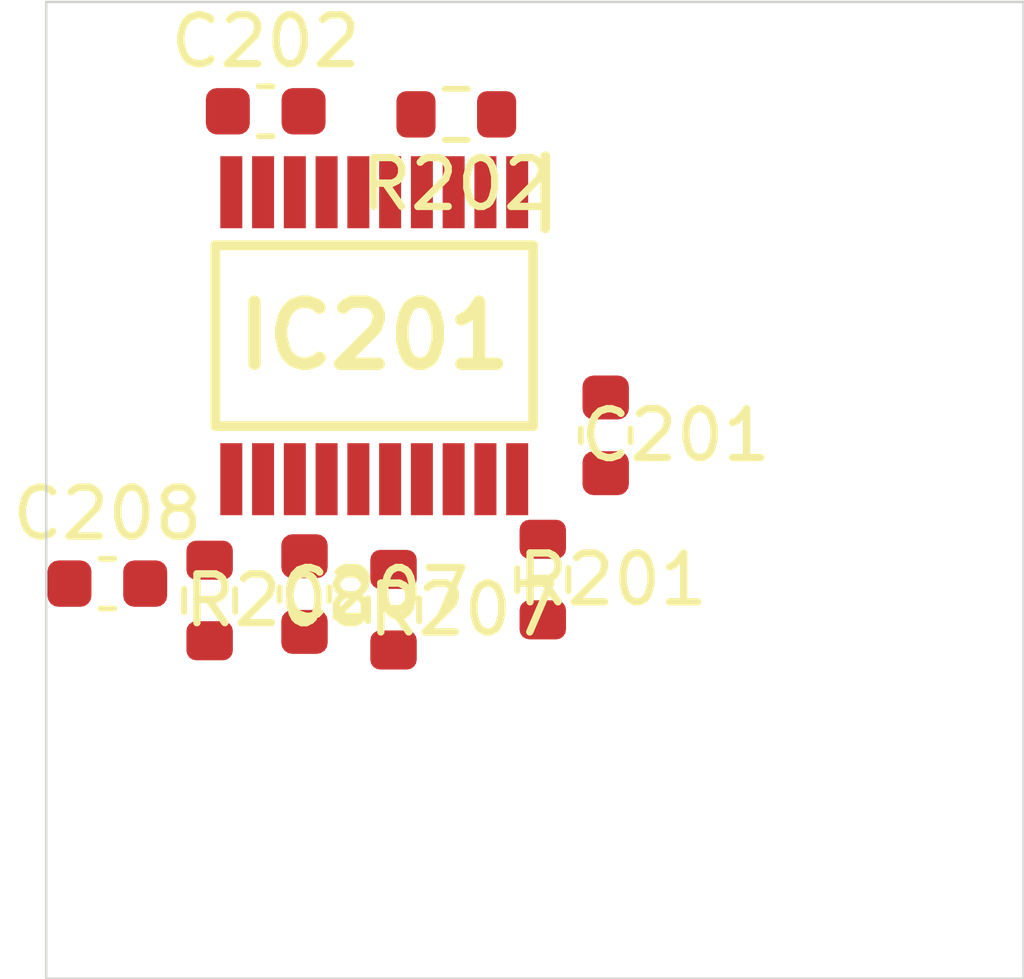
<source format=kicad_pcb>
 ( kicad_pcb  ( version 20171130 )
 ( host pcbnew 5.1.12-84ad8e8a86~92~ubuntu18.04.1 )
 ( general  ( thickness 1.6 )
 ( drawings 4 )
 ( tracks 0 )
 ( zones 0 )
 ( modules 9 )
 ( nets 19 )
)
 ( page A4 )
 ( layers  ( 0 F.Cu signal )
 ( 31 B.Cu signal )
 ( 32 B.Adhes user )
 ( 33 F.Adhes user )
 ( 34 B.Paste user )
 ( 35 F.Paste user )
 ( 36 B.SilkS user )
 ( 37 F.SilkS user )
 ( 38 B.Mask user )
 ( 39 F.Mask user )
 ( 40 Dwgs.User user )
 ( 41 Cmts.User user )
 ( 42 Eco1.User user )
 ( 43 Eco2.User user )
 ( 44 Edge.Cuts user )
 ( 45 Margin user )
 ( 46 B.CrtYd user )
 ( 47 F.CrtYd user )
 ( 48 B.Fab user )
 ( 49 F.Fab user )
)
 ( setup  ( last_trace_width 0.25 )
 ( trace_clearance 0.2 )
 ( zone_clearance 0.508 )
 ( zone_45_only no )
 ( trace_min 0.2 )
 ( via_size 0.8 )
 ( via_drill 0.4 )
 ( via_min_size 0.4 )
 ( via_min_drill 0.3 )
 ( uvia_size 0.3 )
 ( uvia_drill 0.1 )
 ( uvias_allowed no )
 ( uvia_min_size 0.2 )
 ( uvia_min_drill 0.1 )
 ( edge_width 0.05 )
 ( segment_width 0.2 )
 ( pcb_text_width 0.3 )
 ( pcb_text_size 1.5 1.5 )
 ( mod_edge_width 0.12 )
 ( mod_text_size 1 1 )
 ( mod_text_width 0.15 )
 ( pad_size 1.524 1.524 )
 ( pad_drill 0.762 )
 ( pad_to_mask_clearance 0 )
 ( aux_axis_origin 0 0 )
 ( visible_elements FFFFFF7F )
 ( pcbplotparams  ( layerselection 0x010fc_ffffffff )
 ( usegerberextensions false )
 ( usegerberattributes true )
 ( usegerberadvancedattributes true )
 ( creategerberjobfile true )
 ( excludeedgelayer true )
 ( linewidth 0.100000 )
 ( plotframeref false )
 ( viasonmask false )
 ( mode 1 )
 ( useauxorigin false )
 ( hpglpennumber 1 )
 ( hpglpenspeed 20 )
 ( hpglpendiameter 15.000000 )
 ( psnegative false )
 ( psa4output false )
 ( plotreference true )
 ( plotvalue true )
 ( plotinvisibletext false )
 ( padsonsilk false )
 ( subtractmaskfromsilk false )
 ( outputformat 1 )
 ( mirror false )
 ( drillshape 1 )
 ( scaleselection 1 )
 ( outputdirectory "" )
)
)
 ( net 0 "" )
 ( net 1 GND )
 ( net 2 /Sheet6235D886/ch0 )
 ( net 3 /Sheet6235D886/ch1 )
 ( net 4 /Sheet6235D886/ch2 )
 ( net 5 /Sheet6235D886/ch3 )
 ( net 6 /Sheet6235D886/ch4 )
 ( net 7 /Sheet6235D886/ch5 )
 ( net 8 /Sheet6235D886/ch6 )
 ( net 9 /Sheet6235D886/ch7 )
 ( net 10 VDD )
 ( net 11 VDDA )
 ( net 12 /Sheet6235D886/adc_csn )
 ( net 13 /Sheet6235D886/adc_sck )
 ( net 14 /Sheet6235D886/adc_sdi )
 ( net 15 /Sheet6235D886/adc_sdo )
 ( net 16 /Sheet6235D886/vp )
 ( net 17 /Sheet6248AD22/chn0 )
 ( net 18 /Sheet6248AD22/chn3 )
 ( net_class Default "This is the default net class."  ( clearance 0.2 )
 ( trace_width 0.25 )
 ( via_dia 0.8 )
 ( via_drill 0.4 )
 ( uvia_dia 0.3 )
 ( uvia_drill 0.1 )
 ( add_net /Sheet6235D886/adc_csn )
 ( add_net /Sheet6235D886/adc_sck )
 ( add_net /Sheet6235D886/adc_sdi )
 ( add_net /Sheet6235D886/adc_sdo )
 ( add_net /Sheet6235D886/ch0 )
 ( add_net /Sheet6235D886/ch1 )
 ( add_net /Sheet6235D886/ch2 )
 ( add_net /Sheet6235D886/ch3 )
 ( add_net /Sheet6235D886/ch4 )
 ( add_net /Sheet6235D886/ch5 )
 ( add_net /Sheet6235D886/ch6 )
 ( add_net /Sheet6235D886/ch7 )
 ( add_net /Sheet6235D886/vp )
 ( add_net /Sheet6248AD22/chn0 )
 ( add_net /Sheet6248AD22/chn3 )
 ( add_net GND )
 ( add_net VDD )
 ( add_net VDDA )
)
 ( module Capacitor_SMD:C_0603_1608Metric  ( layer F.Cu )
 ( tedit 5F68FEEE )
 ( tstamp 6234222D )
 ( at 91.448800 108.873000 270.000000 )
 ( descr "Capacitor SMD 0603 (1608 Metric), square (rectangular) end terminal, IPC_7351 nominal, (Body size source: IPC-SM-782 page 76, https://www.pcb-3d.com/wordpress/wp-content/uploads/ipc-sm-782a_amendment_1_and_2.pdf), generated with kicad-footprint-generator" )
 ( tags capacitor )
 ( path /6235D887/623691C5 )
 ( attr smd )
 ( fp_text reference C201  ( at 0 -1.43 )
 ( layer F.SilkS )
 ( effects  ( font  ( size 1 1 )
 ( thickness 0.15 )
)
)
)
 ( fp_text value 0.1uF  ( at 0 1.43 )
 ( layer F.Fab )
 ( effects  ( font  ( size 1 1 )
 ( thickness 0.15 )
)
)
)
 ( fp_line  ( start -0.8 0.4 )
 ( end -0.8 -0.4 )
 ( layer F.Fab )
 ( width 0.1 )
)
 ( fp_line  ( start -0.8 -0.4 )
 ( end 0.8 -0.4 )
 ( layer F.Fab )
 ( width 0.1 )
)
 ( fp_line  ( start 0.8 -0.4 )
 ( end 0.8 0.4 )
 ( layer F.Fab )
 ( width 0.1 )
)
 ( fp_line  ( start 0.8 0.4 )
 ( end -0.8 0.4 )
 ( layer F.Fab )
 ( width 0.1 )
)
 ( fp_line  ( start -0.14058 -0.51 )
 ( end 0.14058 -0.51 )
 ( layer F.SilkS )
 ( width 0.12 )
)
 ( fp_line  ( start -0.14058 0.51 )
 ( end 0.14058 0.51 )
 ( layer F.SilkS )
 ( width 0.12 )
)
 ( fp_line  ( start -1.48 0.73 )
 ( end -1.48 -0.73 )
 ( layer F.CrtYd )
 ( width 0.05 )
)
 ( fp_line  ( start -1.48 -0.73 )
 ( end 1.48 -0.73 )
 ( layer F.CrtYd )
 ( width 0.05 )
)
 ( fp_line  ( start 1.48 -0.73 )
 ( end 1.48 0.73 )
 ( layer F.CrtYd )
 ( width 0.05 )
)
 ( fp_line  ( start 1.48 0.73 )
 ( end -1.48 0.73 )
 ( layer F.CrtYd )
 ( width 0.05 )
)
 ( fp_text user %R  ( at 0 0 )
 ( layer F.Fab )
 ( effects  ( font  ( size 0.4 0.4 )
 ( thickness 0.06 )
)
)
)
 ( pad 2 smd roundrect  ( at 0.775 0 270.000000 )
 ( size 0.9 0.95 )
 ( layers F.Cu F.Mask F.Paste )
 ( roundrect_rratio 0.25 )
 ( net 1 GND )
)
 ( pad 1 smd roundrect  ( at -0.775 0 270.000000 )
 ( size 0.9 0.95 )
 ( layers F.Cu F.Mask F.Paste )
 ( roundrect_rratio 0.25 )
 ( net 2 /Sheet6235D886/ch0 )
)
 ( model ${KISYS3DMOD}/Capacitor_SMD.3dshapes/C_0603_1608Metric.wrl  ( at  ( xyz 0 0 0 )
)
 ( scale  ( xyz 1 1 1 )
)
 ( rotate  ( xyz 0 0 0 )
)
)
)
 ( module Capacitor_SMD:C_0603_1608Metric  ( layer F.Cu )
 ( tedit 5F68FEEE )
 ( tstamp 6234223E )
 ( at 84.491200 102.238000 )
 ( descr "Capacitor SMD 0603 (1608 Metric), square (rectangular) end terminal, IPC_7351 nominal, (Body size source: IPC-SM-782 page 76, https://www.pcb-3d.com/wordpress/wp-content/uploads/ipc-sm-782a_amendment_1_and_2.pdf), generated with kicad-footprint-generator" )
 ( tags capacitor )
 ( path /6235D887/62369EE0 )
 ( attr smd )
 ( fp_text reference C202  ( at 0 -1.43 )
 ( layer F.SilkS )
 ( effects  ( font  ( size 1 1 )
 ( thickness 0.15 )
)
)
)
 ( fp_text value 0.1uF  ( at 0 1.43 )
 ( layer F.Fab )
 ( effects  ( font  ( size 1 1 )
 ( thickness 0.15 )
)
)
)
 ( fp_line  ( start 1.48 0.73 )
 ( end -1.48 0.73 )
 ( layer F.CrtYd )
 ( width 0.05 )
)
 ( fp_line  ( start 1.48 -0.73 )
 ( end 1.48 0.73 )
 ( layer F.CrtYd )
 ( width 0.05 )
)
 ( fp_line  ( start -1.48 -0.73 )
 ( end 1.48 -0.73 )
 ( layer F.CrtYd )
 ( width 0.05 )
)
 ( fp_line  ( start -1.48 0.73 )
 ( end -1.48 -0.73 )
 ( layer F.CrtYd )
 ( width 0.05 )
)
 ( fp_line  ( start -0.14058 0.51 )
 ( end 0.14058 0.51 )
 ( layer F.SilkS )
 ( width 0.12 )
)
 ( fp_line  ( start -0.14058 -0.51 )
 ( end 0.14058 -0.51 )
 ( layer F.SilkS )
 ( width 0.12 )
)
 ( fp_line  ( start 0.8 0.4 )
 ( end -0.8 0.4 )
 ( layer F.Fab )
 ( width 0.1 )
)
 ( fp_line  ( start 0.8 -0.4 )
 ( end 0.8 0.4 )
 ( layer F.Fab )
 ( width 0.1 )
)
 ( fp_line  ( start -0.8 -0.4 )
 ( end 0.8 -0.4 )
 ( layer F.Fab )
 ( width 0.1 )
)
 ( fp_line  ( start -0.8 0.4 )
 ( end -0.8 -0.4 )
 ( layer F.Fab )
 ( width 0.1 )
)
 ( fp_text user %R  ( at 0 0 )
 ( layer F.Fab )
 ( effects  ( font  ( size 0.4 0.4 )
 ( thickness 0.06 )
)
)
)
 ( pad 1 smd roundrect  ( at -0.775 0 )
 ( size 0.9 0.95 )
 ( layers F.Cu F.Mask F.Paste )
 ( roundrect_rratio 0.25 )
 ( net 1 GND )
)
 ( pad 2 smd roundrect  ( at 0.775 0 )
 ( size 0.9 0.95 )
 ( layers F.Cu F.Mask F.Paste )
 ( roundrect_rratio 0.25 )
 ( net 3 /Sheet6235D886/ch1 )
)
 ( model ${KISYS3DMOD}/Capacitor_SMD.3dshapes/C_0603_1608Metric.wrl  ( at  ( xyz 0 0 0 )
)
 ( scale  ( xyz 1 1 1 )
)
 ( rotate  ( xyz 0 0 0 )
)
)
)
 ( module Capacitor_SMD:C_0603_1608Metric  ( layer F.Cu )
 ( tedit 5F68FEEE )
 ( tstamp 62342293 )
 ( at 85.285100 112.123000 270.000000 )
 ( descr "Capacitor SMD 0603 (1608 Metric), square (rectangular) end terminal, IPC_7351 nominal, (Body size source: IPC-SM-782 page 76, https://www.pcb-3d.com/wordpress/wp-content/uploads/ipc-sm-782a_amendment_1_and_2.pdf), generated with kicad-footprint-generator" )
 ( tags capacitor )
 ( path /6235D887/6238B3FE )
 ( attr smd )
 ( fp_text reference C207  ( at 0 -1.43 )
 ( layer F.SilkS )
 ( effects  ( font  ( size 1 1 )
 ( thickness 0.15 )
)
)
)
 ( fp_text value 0.1uF  ( at 0 1.43 )
 ( layer F.Fab )
 ( effects  ( font  ( size 1 1 )
 ( thickness 0.15 )
)
)
)
 ( fp_line  ( start -0.8 0.4 )
 ( end -0.8 -0.4 )
 ( layer F.Fab )
 ( width 0.1 )
)
 ( fp_line  ( start -0.8 -0.4 )
 ( end 0.8 -0.4 )
 ( layer F.Fab )
 ( width 0.1 )
)
 ( fp_line  ( start 0.8 -0.4 )
 ( end 0.8 0.4 )
 ( layer F.Fab )
 ( width 0.1 )
)
 ( fp_line  ( start 0.8 0.4 )
 ( end -0.8 0.4 )
 ( layer F.Fab )
 ( width 0.1 )
)
 ( fp_line  ( start -0.14058 -0.51 )
 ( end 0.14058 -0.51 )
 ( layer F.SilkS )
 ( width 0.12 )
)
 ( fp_line  ( start -0.14058 0.51 )
 ( end 0.14058 0.51 )
 ( layer F.SilkS )
 ( width 0.12 )
)
 ( fp_line  ( start -1.48 0.73 )
 ( end -1.48 -0.73 )
 ( layer F.CrtYd )
 ( width 0.05 )
)
 ( fp_line  ( start -1.48 -0.73 )
 ( end 1.48 -0.73 )
 ( layer F.CrtYd )
 ( width 0.05 )
)
 ( fp_line  ( start 1.48 -0.73 )
 ( end 1.48 0.73 )
 ( layer F.CrtYd )
 ( width 0.05 )
)
 ( fp_line  ( start 1.48 0.73 )
 ( end -1.48 0.73 )
 ( layer F.CrtYd )
 ( width 0.05 )
)
 ( fp_text user %R  ( at 0 0 )
 ( layer F.Fab )
 ( effects  ( font  ( size 0.4 0.4 )
 ( thickness 0.06 )
)
)
)
 ( pad 2 smd roundrect  ( at 0.775 0 270.000000 )
 ( size 0.9 0.95 )
 ( layers F.Cu F.Mask F.Paste )
 ( roundrect_rratio 0.25 )
 ( net 1 GND )
)
 ( pad 1 smd roundrect  ( at -0.775 0 270.000000 )
 ( size 0.9 0.95 )
 ( layers F.Cu F.Mask F.Paste )
 ( roundrect_rratio 0.25 )
 ( net 8 /Sheet6235D886/ch6 )
)
 ( model ${KISYS3DMOD}/Capacitor_SMD.3dshapes/C_0603_1608Metric.wrl  ( at  ( xyz 0 0 0 )
)
 ( scale  ( xyz 1 1 1 )
)
 ( rotate  ( xyz 0 0 0 )
)
)
)
 ( module Capacitor_SMD:C_0603_1608Metric  ( layer F.Cu )
 ( tedit 5F68FEEE )
 ( tstamp 623422A4 )
 ( at 81.250100 111.909000 )
 ( descr "Capacitor SMD 0603 (1608 Metric), square (rectangular) end terminal, IPC_7351 nominal, (Body size source: IPC-SM-782 page 76, https://www.pcb-3d.com/wordpress/wp-content/uploads/ipc-sm-782a_amendment_1_and_2.pdf), generated with kicad-footprint-generator" )
 ( tags capacitor )
 ( path /6235D887/6238B404 )
 ( attr smd )
 ( fp_text reference C208  ( at 0 -1.43 )
 ( layer F.SilkS )
 ( effects  ( font  ( size 1 1 )
 ( thickness 0.15 )
)
)
)
 ( fp_text value 0.1uF  ( at 0 1.43 )
 ( layer F.Fab )
 ( effects  ( font  ( size 1 1 )
 ( thickness 0.15 )
)
)
)
 ( fp_line  ( start 1.48 0.73 )
 ( end -1.48 0.73 )
 ( layer F.CrtYd )
 ( width 0.05 )
)
 ( fp_line  ( start 1.48 -0.73 )
 ( end 1.48 0.73 )
 ( layer F.CrtYd )
 ( width 0.05 )
)
 ( fp_line  ( start -1.48 -0.73 )
 ( end 1.48 -0.73 )
 ( layer F.CrtYd )
 ( width 0.05 )
)
 ( fp_line  ( start -1.48 0.73 )
 ( end -1.48 -0.73 )
 ( layer F.CrtYd )
 ( width 0.05 )
)
 ( fp_line  ( start -0.14058 0.51 )
 ( end 0.14058 0.51 )
 ( layer F.SilkS )
 ( width 0.12 )
)
 ( fp_line  ( start -0.14058 -0.51 )
 ( end 0.14058 -0.51 )
 ( layer F.SilkS )
 ( width 0.12 )
)
 ( fp_line  ( start 0.8 0.4 )
 ( end -0.8 0.4 )
 ( layer F.Fab )
 ( width 0.1 )
)
 ( fp_line  ( start 0.8 -0.4 )
 ( end 0.8 0.4 )
 ( layer F.Fab )
 ( width 0.1 )
)
 ( fp_line  ( start -0.8 -0.4 )
 ( end 0.8 -0.4 )
 ( layer F.Fab )
 ( width 0.1 )
)
 ( fp_line  ( start -0.8 0.4 )
 ( end -0.8 -0.4 )
 ( layer F.Fab )
 ( width 0.1 )
)
 ( fp_text user %R  ( at 0 0 )
 ( layer F.Fab )
 ( effects  ( font  ( size 0.4 0.4 )
 ( thickness 0.06 )
)
)
)
 ( pad 1 smd roundrect  ( at -0.775 0 )
 ( size 0.9 0.95 )
 ( layers F.Cu F.Mask F.Paste )
 ( roundrect_rratio 0.25 )
 ( net 1 GND )
)
 ( pad 2 smd roundrect  ( at 0.775 0 )
 ( size 0.9 0.95 )
 ( layers F.Cu F.Mask F.Paste )
 ( roundrect_rratio 0.25 )
 ( net 9 /Sheet6235D886/ch7 )
)
 ( model ${KISYS3DMOD}/Capacitor_SMD.3dshapes/C_0603_1608Metric.wrl  ( at  ( xyz 0 0 0 )
)
 ( scale  ( xyz 1 1 1 )
)
 ( rotate  ( xyz 0 0 0 )
)
)
)
 ( module MCP3564R-E_ST:SOP65P640X120-20N locked  ( layer F.Cu )
 ( tedit 623351C2 )
 ( tstamp 623423D6 )
 ( at 86.712100 106.833000 270.000000 )
 ( descr "20-Lead Plastic Thin Shrink Small Outline (ST) - 4.4mm body [TSSOP]" )
 ( tags "Integrated Circuit" )
 ( path /6235D887/6235E071 )
 ( attr smd )
 ( fp_text reference IC201  ( at 0 0 )
 ( layer F.SilkS )
 ( effects  ( font  ( size 1.27 1.27 )
 ( thickness 0.254 )
)
)
)
 ( fp_text value MCP3564R-E_ST  ( at 0 0 )
 ( layer F.SilkS )
hide  ( effects  ( font  ( size 1.27 1.27 )
 ( thickness 0.254 )
)
)
)
 ( fp_line  ( start -3.925 -3.55 )
 ( end 3.925 -3.55 )
 ( layer Dwgs.User )
 ( width 0.05 )
)
 ( fp_line  ( start 3.925 -3.55 )
 ( end 3.925 3.55 )
 ( layer Dwgs.User )
 ( width 0.05 )
)
 ( fp_line  ( start 3.925 3.55 )
 ( end -3.925 3.55 )
 ( layer Dwgs.User )
 ( width 0.05 )
)
 ( fp_line  ( start -3.925 3.55 )
 ( end -3.925 -3.55 )
 ( layer Dwgs.User )
 ( width 0.05 )
)
 ( fp_line  ( start -2.2 -3.25 )
 ( end 2.2 -3.25 )
 ( layer Dwgs.User )
 ( width 0.1 )
)
 ( fp_line  ( start 2.2 -3.25 )
 ( end 2.2 3.25 )
 ( layer Dwgs.User )
 ( width 0.1 )
)
 ( fp_line  ( start 2.2 3.25 )
 ( end -2.2 3.25 )
 ( layer Dwgs.User )
 ( width 0.1 )
)
 ( fp_line  ( start -2.2 3.25 )
 ( end -2.2 -3.25 )
 ( layer Dwgs.User )
 ( width 0.1 )
)
 ( fp_line  ( start -2.2 -2.6 )
 ( end -1.55 -3.25 )
 ( layer Dwgs.User )
 ( width 0.1 )
)
 ( fp_line  ( start -1.85 -3.25 )
 ( end 1.85 -3.25 )
 ( layer F.SilkS )
 ( width 0.2 )
)
 ( fp_line  ( start 1.85 -3.25 )
 ( end 1.85 3.25 )
 ( layer F.SilkS )
 ( width 0.2 )
)
 ( fp_line  ( start 1.85 3.25 )
 ( end -1.85 3.25 )
 ( layer F.SilkS )
 ( width 0.2 )
)
 ( fp_line  ( start -1.85 3.25 )
 ( end -1.85 -3.25 )
 ( layer F.SilkS )
 ( width 0.2 )
)
 ( fp_line  ( start -3.675 -3.5 )
 ( end -2.2 -3.5 )
 ( layer F.SilkS )
 ( width 0.2 )
)
 ( pad 1 smd rect  ( at -2.938 -2.925 )
 ( size 0.45 1.475 )
 ( layers F.Cu F.Mask F.Paste )
 ( net 11 VDDA )
)
 ( pad 2 smd rect  ( at -2.938 -2.275 )
 ( size 0.45 1.475 )
 ( layers F.Cu F.Mask F.Paste )
 ( net 1 GND )
)
 ( pad 3 smd rect  ( at -2.938 -1.625 )
 ( size 0.45 1.475 )
 ( layers F.Cu F.Mask F.Paste )
 ( net 1 GND )
)
 ( pad 4 smd rect  ( at -2.938 -0.975 )
 ( size 0.45 1.475 )
 ( layers F.Cu F.Mask F.Paste )
)
 ( pad 5 smd rect  ( at -2.938 -0.325 )
 ( size 0.45 1.475 )
 ( layers F.Cu F.Mask F.Paste )
 ( net 2 /Sheet6235D886/ch0 )
)
 ( pad 6 smd rect  ( at -2.938 0.325 )
 ( size 0.45 1.475 )
 ( layers F.Cu F.Mask F.Paste )
 ( net 3 /Sheet6235D886/ch1 )
)
 ( pad 7 smd rect  ( at -2.938 0.975 )
 ( size 0.45 1.475 )
 ( layers F.Cu F.Mask F.Paste )
 ( net 4 /Sheet6235D886/ch2 )
)
 ( pad 8 smd rect  ( at -2.938 1.625 )
 ( size 0.45 1.475 )
 ( layers F.Cu F.Mask F.Paste )
 ( net 5 /Sheet6235D886/ch3 )
)
 ( pad 9 smd rect  ( at -2.938 2.275 )
 ( size 0.45 1.475 )
 ( layers F.Cu F.Mask F.Paste )
 ( net 6 /Sheet6235D886/ch4 )
)
 ( pad 10 smd rect  ( at -2.938 2.925 )
 ( size 0.45 1.475 )
 ( layers F.Cu F.Mask F.Paste )
 ( net 7 /Sheet6235D886/ch5 )
)
 ( pad 11 smd rect  ( at 2.938 2.925 )
 ( size 0.45 1.475 )
 ( layers F.Cu F.Mask F.Paste )
 ( net 8 /Sheet6235D886/ch6 )
)
 ( pad 12 smd rect  ( at 2.938 2.275 )
 ( size 0.45 1.475 )
 ( layers F.Cu F.Mask F.Paste )
 ( net 9 /Sheet6235D886/ch7 )
)
 ( pad 13 smd rect  ( at 2.938 1.625 )
 ( size 0.45 1.475 )
 ( layers F.Cu F.Mask F.Paste )
 ( net 12 /Sheet6235D886/adc_csn )
)
 ( pad 14 smd rect  ( at 2.938 0.975 )
 ( size 0.45 1.475 )
 ( layers F.Cu F.Mask F.Paste )
 ( net 13 /Sheet6235D886/adc_sck )
)
 ( pad 15 smd rect  ( at 2.938 0.325 )
 ( size 0.45 1.475 )
 ( layers F.Cu F.Mask F.Paste )
 ( net 14 /Sheet6235D886/adc_sdi )
)
 ( pad 16 smd rect  ( at 2.938 -0.325 )
 ( size 0.45 1.475 )
 ( layers F.Cu F.Mask F.Paste )
 ( net 15 /Sheet6235D886/adc_sdo )
)
 ( pad 17 smd rect  ( at 2.938 -0.975 )
 ( size 0.45 1.475 )
 ( layers F.Cu F.Mask F.Paste )
)
 ( pad 18 smd rect  ( at 2.938 -1.625 )
 ( size 0.45 1.475 )
 ( layers F.Cu F.Mask F.Paste )
)
 ( pad 19 smd rect  ( at 2.938 -2.275 )
 ( size 0.45 1.475 )
 ( layers F.Cu F.Mask F.Paste )
 ( net 1 GND )
)
 ( pad 20 smd rect  ( at 2.938 -2.925 )
 ( size 0.45 1.475 )
 ( layers F.Cu F.Mask F.Paste )
 ( net 10 VDD )
)
)
 ( module Resistor_SMD:R_0603_1608Metric  ( layer F.Cu )
 ( tedit 5F68FEEE )
 ( tstamp 6234250D )
 ( at 90.161200 111.826000 270.000000 )
 ( descr "Resistor SMD 0603 (1608 Metric), square (rectangular) end terminal, IPC_7351 nominal, (Body size source: IPC-SM-782 page 72, https://www.pcb-3d.com/wordpress/wp-content/uploads/ipc-sm-782a_amendment_1_and_2.pdf), generated with kicad-footprint-generator" )
 ( tags resistor )
 ( path /6235D887/623641B7 )
 ( attr smd )
 ( fp_text reference R201  ( at 0 -1.43 )
 ( layer F.SilkS )
 ( effects  ( font  ( size 1 1 )
 ( thickness 0.15 )
)
)
)
 ( fp_text value 1k  ( at 0 1.43 )
 ( layer F.Fab )
 ( effects  ( font  ( size 1 1 )
 ( thickness 0.15 )
)
)
)
 ( fp_line  ( start -0.8 0.4125 )
 ( end -0.8 -0.4125 )
 ( layer F.Fab )
 ( width 0.1 )
)
 ( fp_line  ( start -0.8 -0.4125 )
 ( end 0.8 -0.4125 )
 ( layer F.Fab )
 ( width 0.1 )
)
 ( fp_line  ( start 0.8 -0.4125 )
 ( end 0.8 0.4125 )
 ( layer F.Fab )
 ( width 0.1 )
)
 ( fp_line  ( start 0.8 0.4125 )
 ( end -0.8 0.4125 )
 ( layer F.Fab )
 ( width 0.1 )
)
 ( fp_line  ( start -0.237258 -0.5225 )
 ( end 0.237258 -0.5225 )
 ( layer F.SilkS )
 ( width 0.12 )
)
 ( fp_line  ( start -0.237258 0.5225 )
 ( end 0.237258 0.5225 )
 ( layer F.SilkS )
 ( width 0.12 )
)
 ( fp_line  ( start -1.48 0.73 )
 ( end -1.48 -0.73 )
 ( layer F.CrtYd )
 ( width 0.05 )
)
 ( fp_line  ( start -1.48 -0.73 )
 ( end 1.48 -0.73 )
 ( layer F.CrtYd )
 ( width 0.05 )
)
 ( fp_line  ( start 1.48 -0.73 )
 ( end 1.48 0.73 )
 ( layer F.CrtYd )
 ( width 0.05 )
)
 ( fp_line  ( start 1.48 0.73 )
 ( end -1.48 0.73 )
 ( layer F.CrtYd )
 ( width 0.05 )
)
 ( fp_text user %R  ( at 0 0 )
 ( layer F.Fab )
 ( effects  ( font  ( size 0.4 0.4 )
 ( thickness 0.06 )
)
)
)
 ( pad 2 smd roundrect  ( at 0.825 0 270.000000 )
 ( size 0.8 0.95 )
 ( layers F.Cu F.Mask F.Paste )
 ( roundrect_rratio 0.25 )
 ( net 16 /Sheet6235D886/vp )
)
 ( pad 1 smd roundrect  ( at -0.825 0 270.000000 )
 ( size 0.8 0.95 )
 ( layers F.Cu F.Mask F.Paste )
 ( roundrect_rratio 0.25 )
 ( net 2 /Sheet6235D886/ch0 )
)
 ( model ${KISYS3DMOD}/Resistor_SMD.3dshapes/R_0603_1608Metric.wrl  ( at  ( xyz 0 0 0 )
)
 ( scale  ( xyz 1 1 1 )
)
 ( rotate  ( xyz 0 0 0 )
)
)
)
 ( module Resistor_SMD:R_0603_1608Metric  ( layer F.Cu )
 ( tedit 5F68FEEE )
 ( tstamp 6234251E )
 ( at 88.391300 102.301000 180.000000 )
 ( descr "Resistor SMD 0603 (1608 Metric), square (rectangular) end terminal, IPC_7351 nominal, (Body size source: IPC-SM-782 page 72, https://www.pcb-3d.com/wordpress/wp-content/uploads/ipc-sm-782a_amendment_1_and_2.pdf), generated with kicad-footprint-generator" )
 ( tags resistor )
 ( path /6235D887/6236A646 )
 ( attr smd )
 ( fp_text reference R202  ( at 0 -1.43 )
 ( layer F.SilkS )
 ( effects  ( font  ( size 1 1 )
 ( thickness 0.15 )
)
)
)
 ( fp_text value 1k  ( at 0 1.43 )
 ( layer F.Fab )
 ( effects  ( font  ( size 1 1 )
 ( thickness 0.15 )
)
)
)
 ( fp_line  ( start 1.48 0.73 )
 ( end -1.48 0.73 )
 ( layer F.CrtYd )
 ( width 0.05 )
)
 ( fp_line  ( start 1.48 -0.73 )
 ( end 1.48 0.73 )
 ( layer F.CrtYd )
 ( width 0.05 )
)
 ( fp_line  ( start -1.48 -0.73 )
 ( end 1.48 -0.73 )
 ( layer F.CrtYd )
 ( width 0.05 )
)
 ( fp_line  ( start -1.48 0.73 )
 ( end -1.48 -0.73 )
 ( layer F.CrtYd )
 ( width 0.05 )
)
 ( fp_line  ( start -0.237258 0.5225 )
 ( end 0.237258 0.5225 )
 ( layer F.SilkS )
 ( width 0.12 )
)
 ( fp_line  ( start -0.237258 -0.5225 )
 ( end 0.237258 -0.5225 )
 ( layer F.SilkS )
 ( width 0.12 )
)
 ( fp_line  ( start 0.8 0.4125 )
 ( end -0.8 0.4125 )
 ( layer F.Fab )
 ( width 0.1 )
)
 ( fp_line  ( start 0.8 -0.4125 )
 ( end 0.8 0.4125 )
 ( layer F.Fab )
 ( width 0.1 )
)
 ( fp_line  ( start -0.8 -0.4125 )
 ( end 0.8 -0.4125 )
 ( layer F.Fab )
 ( width 0.1 )
)
 ( fp_line  ( start -0.8 0.4125 )
 ( end -0.8 -0.4125 )
 ( layer F.Fab )
 ( width 0.1 )
)
 ( fp_text user %R  ( at 0 0 )
 ( layer F.Fab )
 ( effects  ( font  ( size 0.4 0.4 )
 ( thickness 0.06 )
)
)
)
 ( pad 1 smd roundrect  ( at -0.825 0 180.000000 )
 ( size 0.8 0.95 )
 ( layers F.Cu F.Mask F.Paste )
 ( roundrect_rratio 0.25 )
 ( net 3 /Sheet6235D886/ch1 )
)
 ( pad 2 smd roundrect  ( at 0.825 0 180.000000 )
 ( size 0.8 0.95 )
 ( layers F.Cu F.Mask F.Paste )
 ( roundrect_rratio 0.25 )
 ( net 17 /Sheet6248AD22/chn0 )
)
 ( model ${KISYS3DMOD}/Resistor_SMD.3dshapes/R_0603_1608Metric.wrl  ( at  ( xyz 0 0 0 )
)
 ( scale  ( xyz 1 1 1 )
)
 ( rotate  ( xyz 0 0 0 )
)
)
)
 ( module Resistor_SMD:R_0603_1608Metric  ( layer F.Cu )
 ( tedit 5F68FEEE )
 ( tstamp 62342573 )
 ( at 87.107200 112.443000 270.000000 )
 ( descr "Resistor SMD 0603 (1608 Metric), square (rectangular) end terminal, IPC_7351 nominal, (Body size source: IPC-SM-782 page 72, https://www.pcb-3d.com/wordpress/wp-content/uploads/ipc-sm-782a_amendment_1_and_2.pdf), generated with kicad-footprint-generator" )
 ( tags resistor )
 ( path /6235D887/6238B3F8 )
 ( attr smd )
 ( fp_text reference R207  ( at 0 -1.43 )
 ( layer F.SilkS )
 ( effects  ( font  ( size 1 1 )
 ( thickness 0.15 )
)
)
)
 ( fp_text value 1k  ( at 0 1.43 )
 ( layer F.Fab )
 ( effects  ( font  ( size 1 1 )
 ( thickness 0.15 )
)
)
)
 ( fp_line  ( start -0.8 0.4125 )
 ( end -0.8 -0.4125 )
 ( layer F.Fab )
 ( width 0.1 )
)
 ( fp_line  ( start -0.8 -0.4125 )
 ( end 0.8 -0.4125 )
 ( layer F.Fab )
 ( width 0.1 )
)
 ( fp_line  ( start 0.8 -0.4125 )
 ( end 0.8 0.4125 )
 ( layer F.Fab )
 ( width 0.1 )
)
 ( fp_line  ( start 0.8 0.4125 )
 ( end -0.8 0.4125 )
 ( layer F.Fab )
 ( width 0.1 )
)
 ( fp_line  ( start -0.237258 -0.5225 )
 ( end 0.237258 -0.5225 )
 ( layer F.SilkS )
 ( width 0.12 )
)
 ( fp_line  ( start -0.237258 0.5225 )
 ( end 0.237258 0.5225 )
 ( layer F.SilkS )
 ( width 0.12 )
)
 ( fp_line  ( start -1.48 0.73 )
 ( end -1.48 -0.73 )
 ( layer F.CrtYd )
 ( width 0.05 )
)
 ( fp_line  ( start -1.48 -0.73 )
 ( end 1.48 -0.73 )
 ( layer F.CrtYd )
 ( width 0.05 )
)
 ( fp_line  ( start 1.48 -0.73 )
 ( end 1.48 0.73 )
 ( layer F.CrtYd )
 ( width 0.05 )
)
 ( fp_line  ( start 1.48 0.73 )
 ( end -1.48 0.73 )
 ( layer F.CrtYd )
 ( width 0.05 )
)
 ( fp_text user %R  ( at 0 0 )
 ( layer F.Fab )
 ( effects  ( font  ( size 0.4 0.4 )
 ( thickness 0.06 )
)
)
)
 ( pad 2 smd roundrect  ( at 0.825 0 270.000000 )
 ( size 0.8 0.95 )
 ( layers F.Cu F.Mask F.Paste )
 ( roundrect_rratio 0.25 )
 ( net 16 /Sheet6235D886/vp )
)
 ( pad 1 smd roundrect  ( at -0.825 0 270.000000 )
 ( size 0.8 0.95 )
 ( layers F.Cu F.Mask F.Paste )
 ( roundrect_rratio 0.25 )
 ( net 8 /Sheet6235D886/ch6 )
)
 ( model ${KISYS3DMOD}/Resistor_SMD.3dshapes/R_0603_1608Metric.wrl  ( at  ( xyz 0 0 0 )
)
 ( scale  ( xyz 1 1 1 )
)
 ( rotate  ( xyz 0 0 0 )
)
)
)
 ( module Resistor_SMD:R_0603_1608Metric  ( layer F.Cu )
 ( tedit 5F68FEEE )
 ( tstamp 62342584 )
 ( at 83.343700 112.254000 270.000000 )
 ( descr "Resistor SMD 0603 (1608 Metric), square (rectangular) end terminal, IPC_7351 nominal, (Body size source: IPC-SM-782 page 72, https://www.pcb-3d.com/wordpress/wp-content/uploads/ipc-sm-782a_amendment_1_and_2.pdf), generated with kicad-footprint-generator" )
 ( tags resistor )
 ( path /6235D887/6238B40A )
 ( attr smd )
 ( fp_text reference R208  ( at 0 -1.43 )
 ( layer F.SilkS )
 ( effects  ( font  ( size 1 1 )
 ( thickness 0.15 )
)
)
)
 ( fp_text value 1k  ( at 0 1.43 )
 ( layer F.Fab )
 ( effects  ( font  ( size 1 1 )
 ( thickness 0.15 )
)
)
)
 ( fp_line  ( start 1.48 0.73 )
 ( end -1.48 0.73 )
 ( layer F.CrtYd )
 ( width 0.05 )
)
 ( fp_line  ( start 1.48 -0.73 )
 ( end 1.48 0.73 )
 ( layer F.CrtYd )
 ( width 0.05 )
)
 ( fp_line  ( start -1.48 -0.73 )
 ( end 1.48 -0.73 )
 ( layer F.CrtYd )
 ( width 0.05 )
)
 ( fp_line  ( start -1.48 0.73 )
 ( end -1.48 -0.73 )
 ( layer F.CrtYd )
 ( width 0.05 )
)
 ( fp_line  ( start -0.237258 0.5225 )
 ( end 0.237258 0.5225 )
 ( layer F.SilkS )
 ( width 0.12 )
)
 ( fp_line  ( start -0.237258 -0.5225 )
 ( end 0.237258 -0.5225 )
 ( layer F.SilkS )
 ( width 0.12 )
)
 ( fp_line  ( start 0.8 0.4125 )
 ( end -0.8 0.4125 )
 ( layer F.Fab )
 ( width 0.1 )
)
 ( fp_line  ( start 0.8 -0.4125 )
 ( end 0.8 0.4125 )
 ( layer F.Fab )
 ( width 0.1 )
)
 ( fp_line  ( start -0.8 -0.4125 )
 ( end 0.8 -0.4125 )
 ( layer F.Fab )
 ( width 0.1 )
)
 ( fp_line  ( start -0.8 0.4125 )
 ( end -0.8 -0.4125 )
 ( layer F.Fab )
 ( width 0.1 )
)
 ( fp_text user %R  ( at 0 0 )
 ( layer F.Fab )
 ( effects  ( font  ( size 0.4 0.4 )
 ( thickness 0.06 )
)
)
)
 ( pad 1 smd roundrect  ( at -0.825 0 270.000000 )
 ( size 0.8 0.95 )
 ( layers F.Cu F.Mask F.Paste )
 ( roundrect_rratio 0.25 )
 ( net 9 /Sheet6235D886/ch7 )
)
 ( pad 2 smd roundrect  ( at 0.825 0 270.000000 )
 ( size 0.8 0.95 )
 ( layers F.Cu F.Mask F.Paste )
 ( roundrect_rratio 0.25 )
 ( net 18 /Sheet6248AD22/chn3 )
)
 ( model ${KISYS3DMOD}/Resistor_SMD.3dshapes/R_0603_1608Metric.wrl  ( at  ( xyz 0 0 0 )
)
 ( scale  ( xyz 1 1 1 )
)
 ( rotate  ( xyz 0 0 0 )
)
)
)
 ( gr_line  ( start 100 100 )
 ( end 100 120 )
 ( layer Edge.Cuts )
 ( width 0.05 )
 ( tstamp 62E770C4 )
)
 ( gr_line  ( start 80 120 )
 ( end 100 120 )
 ( layer Edge.Cuts )
 ( width 0.05 )
 ( tstamp 62E770C0 )
)
 ( gr_line  ( start 80 100 )
 ( end 100 100 )
 ( layer Edge.Cuts )
 ( width 0.05 )
 ( tstamp 6234110C )
)
 ( gr_line  ( start 80 100 )
 ( end 80 120 )
 ( layer Edge.Cuts )
 ( width 0.05 )
)
)

</source>
